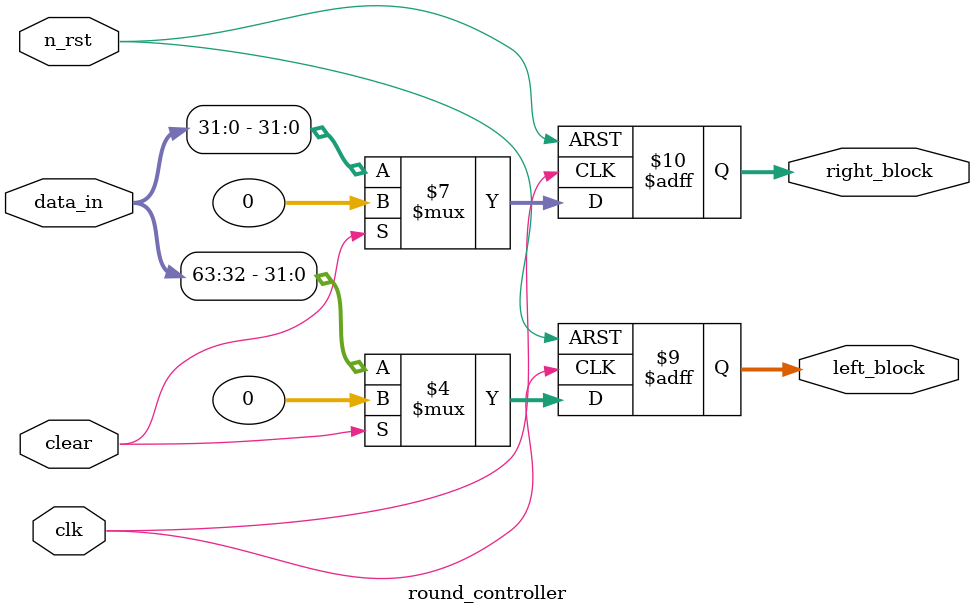
<source format=sv>
module round_controller(input wire clk, n_rst, clear, input wire[63:0] data_in,
			 output reg[31:0] left_block,  right_block);
		
	always_ff @(posedge clk, negedge n_rst) begin
		if (n_rst == 0) begin
			left_block <= 32'd0;			
			right_block <= 32'd0;			
		end
		else begin
			if (clear) begin
				right_block <= 32'd0;
				left_block <= 32'd0;
			end
			else begin
				right_block <= data_in[31:0];
				left_block <= data_in[63:32];
			end
		end
	end
endmodule


</source>
